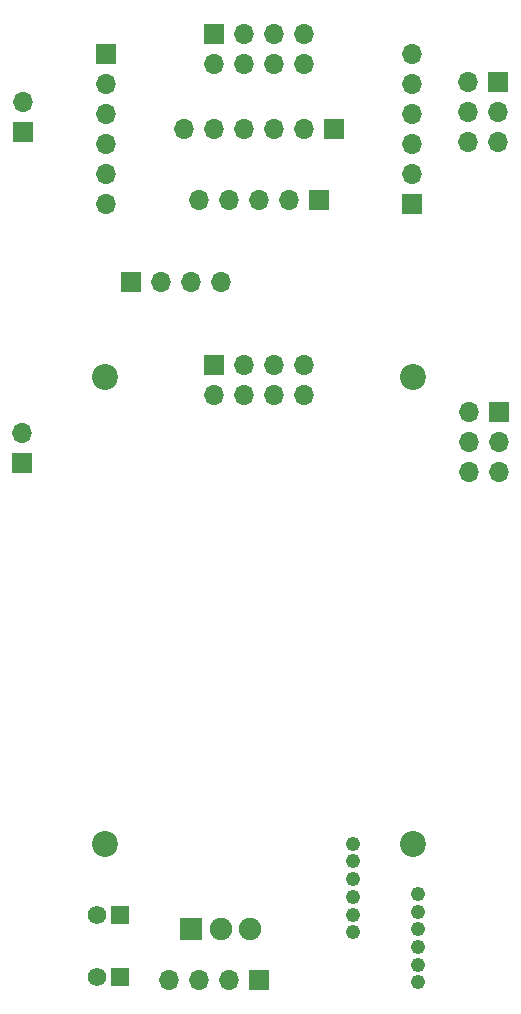
<source format=gbr>
%TF.GenerationSoftware,KiCad,Pcbnew,7.0.9*%
%TF.CreationDate,2024-01-17T13:02:15-08:00*%
%TF.ProjectId,micromouse,6d696372-6f6d-46f7-9573-652e6b696361,rev?*%
%TF.SameCoordinates,Original*%
%TF.FileFunction,Soldermask,Bot*%
%TF.FilePolarity,Negative*%
%FSLAX46Y46*%
G04 Gerber Fmt 4.6, Leading zero omitted, Abs format (unit mm)*
G04 Created by KiCad (PCBNEW 7.0.9) date 2024-01-17 13:02:15*
%MOMM*%
%LPD*%
G01*
G04 APERTURE LIST*
G04 Aperture macros list*
%AMRoundRect*
0 Rectangle with rounded corners*
0 $1 Rounding radius*
0 $2 $3 $4 $5 $6 $7 $8 $9 X,Y pos of 4 corners*
0 Add a 4 corners polygon primitive as box body*
4,1,4,$2,$3,$4,$5,$6,$7,$8,$9,$2,$3,0*
0 Add four circle primitives for the rounded corners*
1,1,$1+$1,$2,$3*
1,1,$1+$1,$4,$5*
1,1,$1+$1,$6,$7*
1,1,$1+$1,$8,$9*
0 Add four rect primitives between the rounded corners*
20,1,$1+$1,$2,$3,$4,$5,0*
20,1,$1+$1,$4,$5,$6,$7,0*
20,1,$1+$1,$6,$7,$8,$9,0*
20,1,$1+$1,$8,$9,$2,$3,0*%
G04 Aperture macros list end*
%ADD10R,1.700000X1.700000*%
%ADD11O,1.700000X1.700000*%
%ADD12C,2.200000*%
%ADD13R,1.900000X1.900000*%
%ADD14C,1.900000*%
%ADD15RoundRect,0.102000X-0.684000X-0.684000X0.684000X-0.684000X0.684000X0.684000X-0.684000X0.684000X0*%
%ADD16C,1.572000*%
%ADD17C,1.244600*%
G04 APERTURE END LIST*
D10*
%TO.C,J3*%
X147000000Y-139025000D03*
D11*
X144460000Y-139025000D03*
X141920000Y-139025000D03*
X139380000Y-139025000D03*
%TD*%
D12*
%TO.C,M2*%
X160000000Y-88000000D03*
X160000000Y-127500000D03*
%TD*%
D13*
%TO.C,SW1*%
X141250000Y-134750000D03*
D14*
X143750000Y-134750000D03*
X146250000Y-134750000D03*
%TD*%
D10*
%TO.C,J12*%
X152050000Y-73025000D03*
D11*
X149510000Y-73025000D03*
X146970000Y-73025000D03*
X144430000Y-73025000D03*
X141890000Y-73025000D03*
%TD*%
D10*
%TO.C,J6*%
X167290000Y-90975000D03*
D11*
X164750000Y-90975000D03*
X167290000Y-93515000D03*
X164750000Y-93515000D03*
X167290000Y-96055000D03*
X164750000Y-96055000D03*
%TD*%
D15*
%TO.C,J11*%
X135250000Y-138800000D03*
D16*
X133250000Y-138800000D03*
%TD*%
D12*
%TO.C,M1*%
X134000000Y-88000000D03*
X134000000Y-127500000D03*
%TD*%
D15*
%TO.C,J10*%
X135250000Y-133550000D03*
D16*
X133250000Y-133550000D03*
%TD*%
D10*
%TO.C,J7*%
X143200000Y-86960000D03*
D11*
X143200000Y-89500000D03*
X145740000Y-86960000D03*
X145740000Y-89500000D03*
X148280000Y-86960000D03*
X148280000Y-89500000D03*
X150820000Y-86960000D03*
X150820000Y-89500000D03*
%TD*%
D10*
%TO.C,J1*%
X134025000Y-60675000D03*
D11*
X134025000Y-63215000D03*
X134025000Y-65755000D03*
X134025000Y-68295000D03*
X134025000Y-70835000D03*
X134025000Y-73375000D03*
%TD*%
D10*
%TO.C,J2*%
X153325000Y-67025000D03*
D11*
X150785000Y-67025000D03*
X148245000Y-67025000D03*
X145705000Y-67025000D03*
X143165000Y-67025000D03*
X140625000Y-67025000D03*
%TD*%
D10*
%TO.C,J5*%
X136200000Y-79975000D03*
D11*
X138740000Y-79975000D03*
X141280000Y-79975000D03*
X143820000Y-79975000D03*
%TD*%
D17*
%TO.C,J13*%
X160500000Y-139250000D03*
X160500000Y-137750000D03*
X160500000Y-136250001D03*
X160500000Y-134749999D03*
X160500000Y-133249999D03*
X160500000Y-131750000D03*
%TD*%
%TO.C,J9*%
X155000000Y-127500000D03*
X155000000Y-129000000D03*
X155000000Y-130499999D03*
X155000000Y-132000001D03*
X155000000Y-133500001D03*
X155000000Y-135000000D03*
%TD*%
D10*
%TO.C,J4*%
X159975000Y-73325000D03*
D11*
X159975000Y-70785000D03*
X159975000Y-68245000D03*
X159975000Y-65705000D03*
X159975000Y-63165000D03*
X159975000Y-60625000D03*
%TD*%
D10*
%TO.C,J8*%
X126975000Y-95250000D03*
D11*
X126975000Y-92710000D03*
%TD*%
D10*
%TO.C,J15*%
X167275000Y-62975001D03*
D11*
X164735000Y-62975001D03*
X167275000Y-65515001D03*
X164735000Y-65515001D03*
X167275000Y-68055001D03*
X164735000Y-68055001D03*
%TD*%
D10*
%TO.C,J14*%
X143200000Y-58975001D03*
D11*
X143200000Y-61515001D03*
X145740000Y-58975001D03*
X145740000Y-61515001D03*
X148280000Y-58975001D03*
X148280000Y-61515001D03*
X150820000Y-58975001D03*
X150820000Y-61515001D03*
%TD*%
D10*
%TO.C,J16*%
X127000000Y-67275001D03*
D11*
X127000000Y-64735001D03*
%TD*%
M02*

</source>
